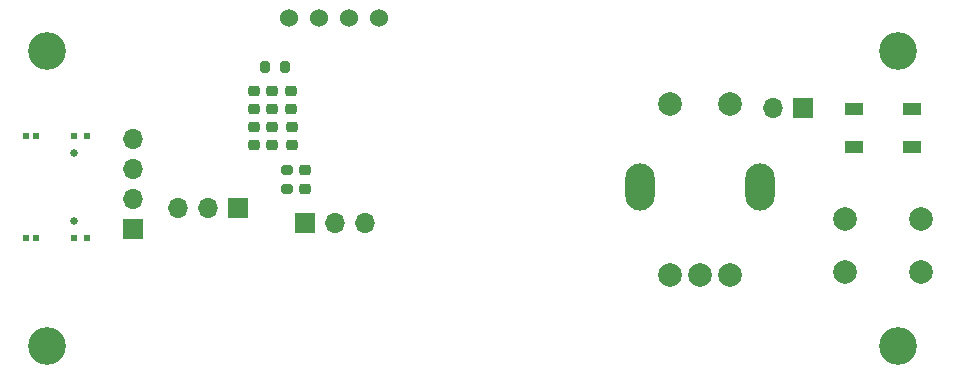
<source format=gbr>
G04 #@! TF.GenerationSoftware,KiCad,Pcbnew,(7.0.0)*
G04 #@! TF.CreationDate,2023-03-04T11:40:14-06:00*
G04 #@! TF.ProjectId,V0_Display,56305f44-6973-4706-9c61-792e6b696361,rev?*
G04 #@! TF.SameCoordinates,Original*
G04 #@! TF.FileFunction,Soldermask,Top*
G04 #@! TF.FilePolarity,Negative*
%FSLAX46Y46*%
G04 Gerber Fmt 4.6, Leading zero omitted, Abs format (unit mm)*
G04 Created by KiCad (PCBNEW (7.0.0)) date 2023-03-04 11:40:14*
%MOMM*%
%LPD*%
G01*
G04 APERTURE LIST*
G04 Aperture macros list*
%AMRoundRect*
0 Rectangle with rounded corners*
0 $1 Rounding radius*
0 $2 $3 $4 $5 $6 $7 $8 $9 X,Y pos of 4 corners*
0 Add a 4 corners polygon primitive as box body*
4,1,4,$2,$3,$4,$5,$6,$7,$8,$9,$2,$3,0*
0 Add four circle primitives for the rounded corners*
1,1,$1+$1,$2,$3*
1,1,$1+$1,$4,$5*
1,1,$1+$1,$6,$7*
1,1,$1+$1,$8,$9*
0 Add four rect primitives between the rounded corners*
20,1,$1+$1,$2,$3,$4,$5,0*
20,1,$1+$1,$4,$5,$6,$7,0*
20,1,$1+$1,$6,$7,$8,$9,0*
20,1,$1+$1,$8,$9,$2,$3,0*%
G04 Aperture macros list end*
%ADD10C,3.200000*%
%ADD11R,1.500000X1.000000*%
%ADD12C,2.000000*%
%ADD13O,2.500000X4.000000*%
%ADD14C,1.524000*%
%ADD15RoundRect,0.200000X-0.275000X0.200000X-0.275000X-0.200000X0.275000X-0.200000X0.275000X0.200000X0*%
%ADD16RoundRect,0.225000X-0.250000X0.225000X-0.250000X-0.225000X0.250000X-0.225000X0.250000X0.225000X0*%
%ADD17RoundRect,0.225000X0.250000X-0.225000X0.250000X0.225000X-0.250000X0.225000X-0.250000X-0.225000X0*%
%ADD18RoundRect,0.200000X-0.200000X-0.275000X0.200000X-0.275000X0.200000X0.275000X-0.200000X0.275000X0*%
%ADD19R,1.700000X1.700000*%
%ADD20O,1.700000X1.700000*%
%ADD21C,0.609600*%
%ADD22C,0.660400*%
G04 APERTURE END LIST*
D10*
X161170000Y-80650000D03*
X161170000Y-55650000D03*
D11*
X157469999Y-60549999D03*
X157469999Y-63749999D03*
X162369999Y-63749999D03*
X162369999Y-60549999D03*
D12*
X156670000Y-69900000D03*
X163170000Y-69900000D03*
X156670000Y-74400000D03*
X163170000Y-74400000D03*
X141920000Y-74650000D03*
X146920000Y-74650000D03*
X144420000Y-74650000D03*
D13*
X139339999Y-67149999D03*
X149499999Y-67149999D03*
D12*
X141920000Y-60150000D03*
X146920000Y-60150000D03*
D10*
X89170000Y-80650000D03*
X89170000Y-55650000D03*
D14*
X109660000Y-52850000D03*
X112200000Y-52850000D03*
X114740000Y-52850000D03*
X117280000Y-52850000D03*
D15*
X109420000Y-65725000D03*
X109420000Y-67375000D03*
D16*
X110944000Y-65775000D03*
X110944000Y-67325000D03*
X108220000Y-62075000D03*
X108220000Y-63625000D03*
D17*
X106620000Y-60600000D03*
X106620000Y-59050000D03*
X109820000Y-60600000D03*
X109820000Y-59050000D03*
D18*
X107595000Y-57050000D03*
X109245000Y-57050000D03*
D16*
X109844000Y-62075000D03*
X109844000Y-63625000D03*
X106620000Y-62075000D03*
X106620000Y-63625000D03*
D17*
X108220000Y-60600000D03*
X108220000Y-59050000D03*
D19*
X110953999Y-70197999D03*
D20*
X113493999Y-70197999D03*
X116033999Y-70197999D03*
D19*
X105303999Y-68927999D03*
D20*
X102763999Y-68927999D03*
X100223999Y-68927999D03*
D19*
X153114999Y-60444999D03*
D20*
X150574999Y-60444999D03*
D19*
X96413999Y-70705999D03*
D20*
X96413999Y-68165999D03*
X96413999Y-65625999D03*
X96413999Y-63085999D03*
D21*
X91412700Y-71468002D03*
X92504900Y-71468002D03*
X87385100Y-71468000D03*
X88172500Y-71468000D03*
X87385100Y-62828000D03*
X88172500Y-62828000D03*
X91412700Y-62828000D03*
X92504900Y-62828000D03*
D22*
X91458801Y-70037999D03*
X91458801Y-64258001D03*
M02*

</source>
